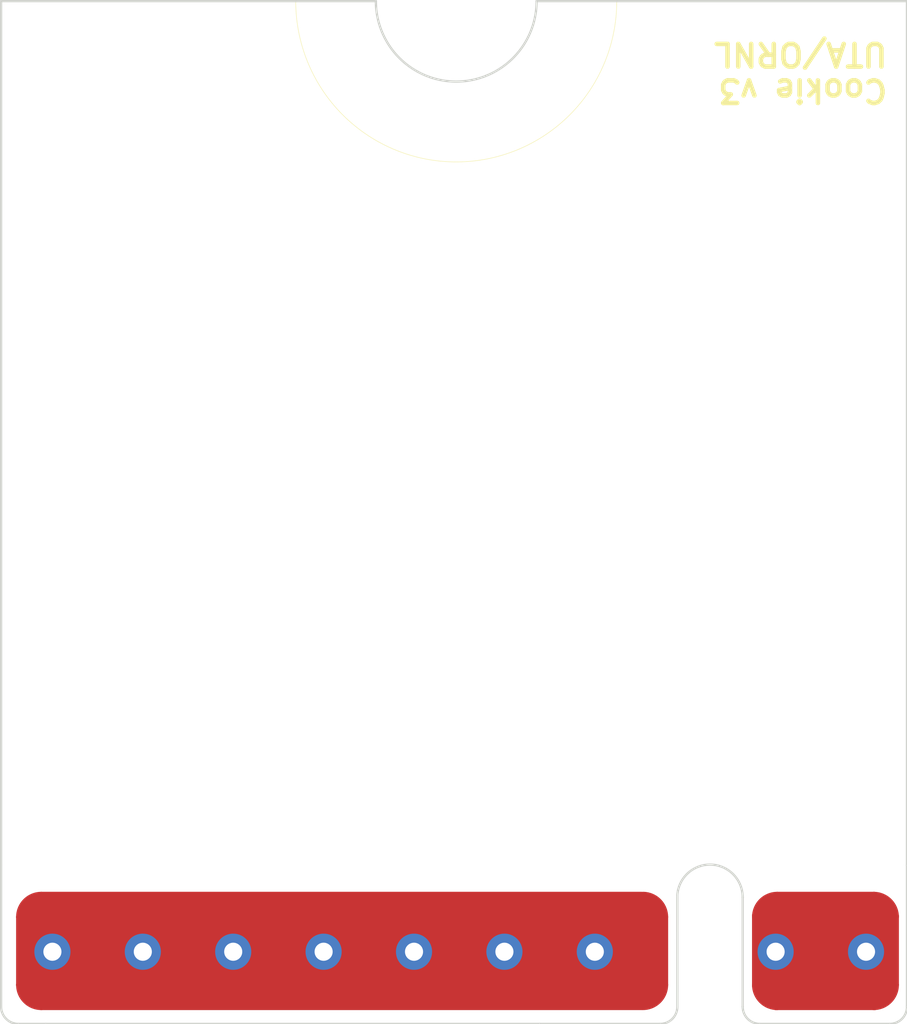
<source format=kicad_pcb>
(kicad_pcb (version 20221018) (generator pcbnew)

  (general
    (thickness 1.6)
  )

  (paper "A4")
  (layers
    (0 "F.Cu" signal)
    (31 "B.Cu" signal)
    (32 "B.Adhes" user "B.Adhesive")
    (33 "F.Adhes" user "F.Adhesive")
    (34 "B.Paste" user)
    (35 "F.Paste" user)
    (36 "B.SilkS" user "B.Silkscreen")
    (37 "F.SilkS" user "F.Silkscreen")
    (38 "B.Mask" user)
    (39 "F.Mask" user)
    (40 "Dwgs.User" user "User.Drawings")
    (41 "Cmts.User" user "User.Comments")
    (42 "Eco1.User" user "User.Eco1")
    (43 "Eco2.User" user "User.Eco2")
    (44 "Edge.Cuts" user)
    (45 "Margin" user)
    (46 "B.CrtYd" user "B.Courtyard")
    (47 "F.CrtYd" user "F.Courtyard")
    (48 "B.Fab" user)
    (49 "F.Fab" user)
    (50 "User.1" user)
    (51 "User.2" user)
    (52 "User.3" user)
    (53 "User.4" user)
    (54 "User.5" user)
    (55 "User.6" user)
    (56 "User.7" user)
    (57 "User.8" user)
    (58 "User.9" user)
  )

  (setup
    (pad_to_mask_clearance 0)
    (pcbplotparams
      (layerselection 0x00010fc_ffffffff)
      (plot_on_all_layers_selection 0x0000000_00000000)
      (disableapertmacros false)
      (usegerberextensions false)
      (usegerberattributes true)
      (usegerberadvancedattributes true)
      (creategerberjobfile true)
      (dashed_line_dash_ratio 12.000000)
      (dashed_line_gap_ratio 3.000000)
      (svgprecision 6)
      (plotframeref false)
      (viasonmask false)
      (mode 1)
      (useauxorigin false)
      (hpglpennumber 1)
      (hpglpenspeed 20)
      (hpglpendiameter 15.000000)
      (dxfpolygonmode true)
      (dxfimperialunits true)
      (dxfusepcbnewfont true)
      (psnegative false)
      (psa4output false)
      (plotreference true)
      (plotvalue true)
      (plotinvisibletext false)
      (sketchpadsonfab false)
      (subtractmaskfromsilk false)
      (outputformat 1)
      (mirror false)
      (drillshape 0)
      (scaleselection 1)
      (outputdirectory "")
    )
  )

  (net 0 "")

  (gr_arc (start 69.13004 107.5) (mid 69.48925 107.64879) (end 69.63804 108.008)
    (stroke (width 0.1) (type solid)) (layer "F.Cu") (tstamp 0919aed7-24d7-441f-8ff2-bf9e7baddbd2))
  (gr_poly
    (pts
      (xy 74.33704 107.5762)
      (xy 74.59104 107.6778)
      (xy 74.65454 107.8175)
      (xy 74.74344 107.9826)
      (xy 74.74344 109.5066)
      (xy 74.66724 109.5955)
      (xy 74.59104 109.7733)
      (xy 74.46404 109.9003)
      (xy 74.26084 110.0146)
      (xy 72.06374 110.0146)
      (xy 72.02564 109.9638)
      (xy 71.89864 109.913)
      (xy 71.77164 109.8368)
      (xy 71.67004 109.6844)
      (xy 71.59384 109.532)
      (xy 71.59384 107.9699)
      (xy 71.67004 107.8937)
      (xy 71.75894 107.7413)
      (xy 71.89864 107.627)
      (xy 72.10184 107.5)
      (xy 72.47014 107.5)
      (xy 72.86384 107.5)
      (xy 74.24814 107.5)
    )

    (stroke (width 0.1) (type solid)) (fill solid) (layer "F.Cu") (tstamp 16c8d9b5-970e-4b53-8a6a-ce5a44d4cec4))
  (gr_arc (start 55.31244 108.008) (mid 55.46123 107.64879) (end 55.82044 107.5)
    (stroke (width 0.1) (type solid)) (layer "F.Cu") (tstamp 233a0158-a73b-4d09-8912-e3e4ebea4f50))
  (gr_poly
    (pts
      (xy 69.63804 109.5066)
      (xy 55.56644 108.77)
      (xy 55.82044 108.2112)
      (xy 69.63804 108.008)
    )

    (stroke (width 0.1) (type solid)) (fill solid) (layer "F.Cu") (tstamp 4419345f-c5cf-4017-97ed-5ca9c4b954c5))
  (gr_arc (start 55.82044 110.0146) (mid 55.46123 109.86581) (end 55.31244 109.5066)
    (stroke (width 0.1) (type solid)) (layer "F.Cu") (tstamp 5a17090f-ff16-44db-bc27-0137f18ae54c))
  (gr_poly
    (pts
      (xy 69.61264 109.5066)
      (xy 69.56184 109.6336)
      (xy 69.40944 109.8622)
      (xy 69.13004 109.9892)
      (xy 55.82044 109.9892)
      (xy 55.64264 109.9384)
      (xy 55.46484 109.786)
      (xy 55.31244 109.5066)
      (xy 55.82044 108.8462)
      (xy 56.73484 107.9064)
      (xy 63.74524 107.7794)
    )

    (stroke (width 0.1) (type solid)) (fill solid) (layer "F.Cu") (tstamp 7423c73a-0f4c-4900-be2e-be6985078c0d))
  (gr_poly
    (pts
      (xy 69.33324 107.6016)
      (xy 69.48564 107.7286)
      (xy 69.56184 107.8556)
      (xy 69.61264 108.008)
      (xy 66.97104 107.9826)
      (xy 55.31244 108.008)
      (xy 55.43944 107.754)
      (xy 55.61724 107.6016)
      (xy 55.74424 107.5508)
      (xy 55.82044 107.5254)
      (xy 69.13004 107.5254)
    )

    (stroke (width 0.1) (type solid)) (fill solid) (layer "F.Cu") (tstamp 7a18834c-64d7-404d-85fe-d8da0dc22056))
  (gr_poly
    (pts
      (xy 57.09044 108.0588)
      (xy 57.34444 109.532)
      (xy 57.19204 109.4812)
      (xy 55.31244 109.5066)
      (xy 55.31244 108.0334)
    )

    (stroke (width 0.1) (type solid)) (fill solid) (layer "F.Cu") (tstamp 925ac6c7-e2e4-43aa-b5af-7a6df8d306c7))
  (gr_arc (start 74.74344 109.5066) (mid 74.59465 109.86581) (end 74.23544 110.0146)
    (stroke (width 0.1) (type solid)) (layer "F.Cu") (tstamp 93849d5b-cc98-42e2-9280-00582b54394b))
  (gr_arc (start 71.59384 108.008) (mid 71.74263 107.64879) (end 72.10184 107.5)
    (stroke (width 0.1) (type solid)) (layer "F.Cu") (tstamp 975dcce3-e43e-4609-8c43-fedf1a287c78))
  (gr_arc (start 72.10184 110.0146) (mid 71.74263 109.86581) (end 71.59384 109.5066)
    (stroke (width 0.1) (type solid)) (layer "F.Cu") (tstamp b5c9c4d2-3bcb-48b0-bf63-714984c9f794))
  (gr_arc (start 74.23544 107.5) (mid 74.59465 107.64879) (end 74.74344 108.008)
    (stroke (width 0.1) (type solid)) (layer "F.Cu") (tstamp bb44dc2c-0edd-4334-9c0e-8b63600f57c0))
  (gr_arc (start 69.63804 109.5066) (mid 69.48925 109.86581) (end 69.13004 110.0146)
    (stroke (width 0.1) (type solid)) (layer "F.Cu") (tstamp f810c8f7-f27a-419c-bf5b-d7015cb40a4d))
  (gr_poly
    (pts
      (xy 69.10464 110.0146)
      (xy 55.82044 110.0146)
      (xy 55.82044 107.5)
      (xy 69.10464 107.5)
    )

    (stroke (width 0.1) (type solid)) (fill solid) (layer "F.Cu") (tstamp f98c4e46-8cfc-4f73-9deb-ee5a68f91b74))
  (gr_arc (start 68.550922 87.765319) (mid 65.00198 91.315122) (end 61.449081 87.769279)
    (stroke (width 0.01) (type solid)) (layer "F.SilkS") (tstamp 12712fef-1638-4072-823c-97bb36df7ce6))
  (gr_line (start 71.7183 110.3702) (end 74.59104 110.3702)
    (stroke (width 0.05) (type solid)) (layer "Edge.Cuts") (tstamp 06ac2812-add9-45c5-aeee-39aa022e7c52))
  (gr_arc (start 74.97204 109.9892) (mid 74.860448 110.258608) (end 74.59104 110.3702)
    (stroke (width 0.05) (type solid)) (layer "Edge.Cuts") (tstamp 18665121-f87e-4f83-a62f-f7d7da41b778))
  (gr_line (start 55.31244 110.3702) (end 55.92204 110.3702)
    (stroke (width 0.05) (type solid)) (layer "Edge.Cuts") (tstamp 2a9dac41-3741-4748-8f66-25eb4dbc9adb))
  (gr_arc (start 71.7183 110.3702) (mid 71.448892 110.258608) (end 71.3373 109.9892)
    (stroke (width 0.05) (type solid)) (layer "Edge.Cuts") (tstamp 3ebc003d-2b7d-4f8e-a02a-c0e973932f0a))
  (gr_line (start 71.3373 107.57366) (end 71.3373 109.9892)
    (stroke (width 0.05) (type solid)) (layer "Edge.Cuts") (tstamp 41f70c36-9a93-4049-9366-dd7090767245))
  (gr_line (start 69.51104 110.3702) (end 66.84404 110.3702)
    (stroke (width 0.05) (type solid)) (layer "Edge.Cuts") (tstamp 51a35a61-293c-4c49-89ad-8e09fcb4c6ee))
  (gr_line (start 54.93144 87.7642) (end 63.222 87.7642)
    (stroke (width 0.05) (type solid)) (layer "Edge.Cuts") (tstamp 52728951-5b60-488e-becf-9bd754d01bb8))
  (gr_arc (start 69.89204 109.9892) (mid 69.780448 110.258608) (end 69.51104 110.3702)
    (stroke (width 0.05) (type solid)) (layer "Edge.Cuts") (tstamp 57b5e5e7-36b2-4c85-b1b9-0c4769661936))
  (gr_arc (start 69.891465 107.520359) (mid 70.640069 106.850251) (end 71.3373 107.57366)
    (stroke (width 0.05) (type solid)) (layer "Edge.Cuts") (tstamp 5bb7044c-c0c6-43be-9347-62b1d2636aff))
  (gr_arc (start 55.31244 110.3702) (mid 55.043032 110.258608) (end 54.93144 109.9892)
    (stroke (width 0.05) (type solid)) (layer "Edge.Cuts") (tstamp 61ac5176-c2a6-4fdf-a185-390a429759d2))
  (gr_line (start 69.891465 107.520359) (end 69.89204 109.9892)
    (stroke (width 0.05) (type solid)) (layer "Edge.Cuts") (tstamp 7cc98f81-c53e-41fa-9cfa-1cf253771149))
  (gr_line (start 66.778 87.7642) (end 74.97204 87.7642)
    (stroke (width 0.05) (type solid)) (layer "Edge.Cuts") (tstamp 8902e359-6911-49e6-964a-802fc18a8e6a))
  (gr_line (start 66.84404 110.3702) (end 55.92204 110.3702)
    (stroke (width 0.05) (type solid)) (layer "Edge.Cuts") (tstamp 8f6c231e-5a58-4139-af7b-c27ec60d27b7))
  (gr_arc (start 66.778 87.7642) (mid 65 89.5422) (end 63.222 87.7642)
    (stroke (width 0.05) (type solid)) (layer "Edge.Cuts") (tstamp 9ae2c893-89cf-41dc-aed8-f707c9128f7f))
  (gr_line (start 74.97204 109.9892) (end 74.97204 106.865)
    (stroke (width 0.05) (type solid)) (layer "Edge.Cuts") (tstamp a94f8c19-58e2-4f6e-8ec1-4a4279dc839b))
  (gr_line (start 54.93144 109.659) (end 54.93144 109.9892)
    (stroke (width 0.05) (type solid)) (layer "Edge.Cuts") (tstamp af265856-8f8f-4174-9075-20ef3dd58813))
  (gr_line (start 74.97204 106.865) (end 74.97204 87.7642)
    (stroke (width 0.05) (type solid)) (layer "Edge.Cuts") (tstamp b58162ea-f8e5-49a0-baa8-eacbc2a28439))
  (gr_line (start 54.93144 109.659) (end 54.93144 106.865)
    (stroke (width 0.05) (type solid)) (layer "Edge.Cuts") (tstamp eb23172e-e03e-48f3-b17c-57d0e9f08434))
  (gr_line (start 54.93144 106.865) (end 54.93144 87.7642)
    (stroke (width 0.05) (type solid)) (layer "Edge.Cuts") (tstamp f3201834-9cde-45e0-822c-489dbba76e5a))
  (gr_text "Cookie v3\nUTA/ORNL\n" (at 74.59104 89.339 180) (layer "F.SilkS") (tstamp 4f034d4a-1dd2-4f16-bbab-73a0f33e0b12)
    (effects (font (size 0.5 0.5) (thickness 0.1)) (justify left))
  )

  (via (at 74.06604 108.775) (size 0.8) (drill 0.4) (layers "F.Cu" "B.Cu") (net 0) (tstamp 2df331d8-23a6-47aa-8dc5-2ff4c634d342))
  (via (at 68.06604 108.775) (size 0.8) (drill 0.4) (layers "F.Cu" "B.Cu") (net 0) (tstamp 3042e15b-4514-447f-b629-b4be89038923))
  (via (at 58.06604 108.775) (size 0.8) (drill 0.4) (layers "F.Cu" "B.Cu") (net 0) (tstamp 48a9e29f-1750-4845-8340-1382e17575f4))
  (via (at 56.06604 108.775) (size 0.8) (drill 0.4) (layers "F.Cu" "B.Cu") (net 0) (tstamp 4d7a61ae-2bf5-4b37-b2b9-0faecf41bda2))
  (via (at 66.06604 108.775) (size 0.8) (drill 0.4) (layers "F.Cu" "B.Cu") (net 0) (tstamp 5684d882-6772-4ff5-83e0-1d6c3e16b417))
  (via (at 64.06604 108.775) (size 0.8) (drill 0.4) (layers "F.Cu" "B.Cu") (net 0) (tstamp 64f2548a-cd2e-41b9-9cdd-c598dcd39f51))
  (via (at 62.06604 108.775) (size 0.8) (drill 0.4) (layers "F.Cu" "B.Cu") (net 0) (tstamp 78d6c506-372e-4263-8328-8840cce2efa7))
  (via (at 72.06604 108.775) (size 0.8) (drill 0.4) (layers "F.Cu" "B.Cu") (net 0) (tstamp 90303c9d-7065-441d-a65b-054ad3809b3b))
  (via (at 60.06604 108.775) (size 0.8) (drill 0.4) (layers "F.Cu" "B.Cu") (net 0) (tstamp f94955b6-6c4d-4602-935e-9bb7f13e6a3f))

)

</source>
